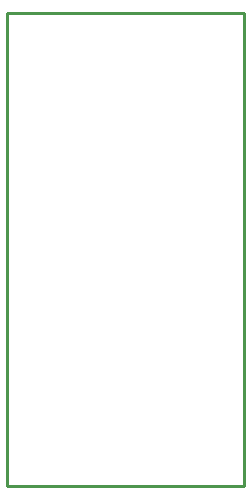
<source format=gko>
G04 Layer_Color=16711935*
%FSLAX25Y25*%
%MOIN*%
G70*
G01*
G75*
%ADD10C,0.01000*%
D10*
X0Y0D02*
X78740D01*
Y157480D01*
X0D02*
X78740D01*
X0Y0D02*
Y157480D01*
M02*

</source>
